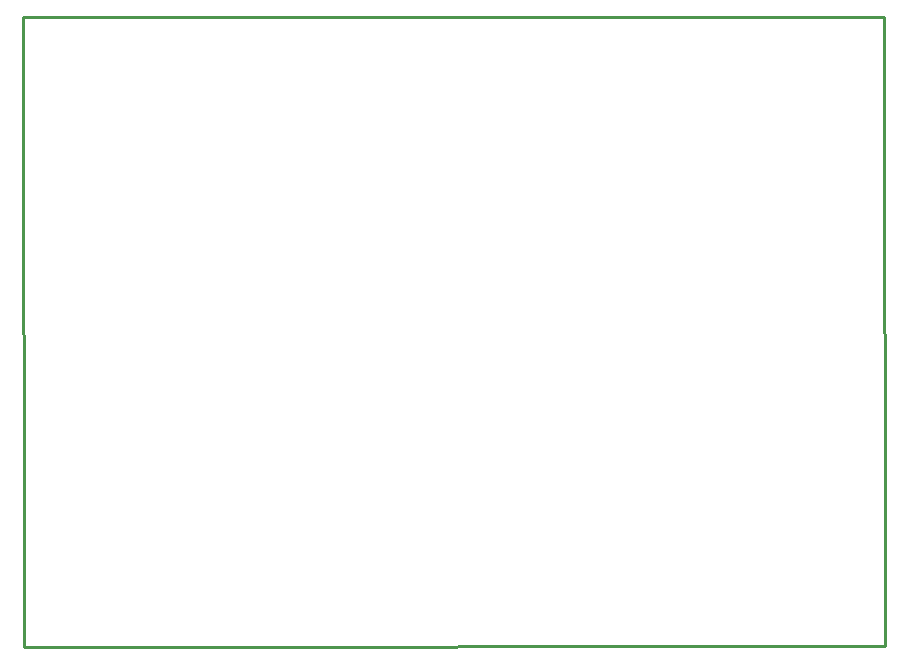
<source format=gbr>
G04 EAGLE Gerber X2 export*
%TF.Part,Single*%
%TF.FileFunction,Profile,NP*%
%TF.FilePolarity,Positive*%
%TF.GenerationSoftware,Autodesk,EAGLE,9.0.1*%
%TF.CreationDate,2018-07-06T12:17:37Z*%
G75*
%MOMM*%
%FSLAX34Y34*%
%LPD*%
%AMOC8*
5,1,8,0,0,1.08239X$1,22.5*%
G01*
%ADD10C,0.254000*%


D10*
X-762Y533046D02*
X0Y0D01*
X728728Y381D01*
X728220Y533300D01*
X-762Y533046D01*
M02*

</source>
